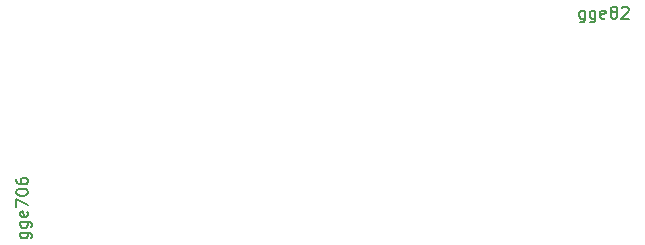
<source format=gbr>
%TF.GenerationSoftware,KiCad,Pcbnew,(6.0.8)*%
%TF.CreationDate,2023-04-19T22:42:55+02:00*%
%TF.ProjectId,Group22_Power,47726f75-7032-4325-9f50-6f7765722e6b,rev?*%
%TF.SameCoordinates,Original*%
%TF.FileFunction,Other,Comment*%
%FSLAX46Y46*%
G04 Gerber Fmt 4.6, Leading zero omitted, Abs format (unit mm)*
G04 Created by KiCad (PCBNEW (6.0.8)) date 2023-04-19 22:42:55*
%MOMM*%
%LPD*%
G01*
G04 APERTURE LIST*
%ADD10C,0.150000*%
G04 APERTURE END LIST*
D10*
%TO.C,J8*%
X62940714Y-111791553D02*
X63750238Y-111791553D01*
X63845476Y-111839172D01*
X63893095Y-111886791D01*
X63940714Y-111982029D01*
X63940714Y-112124886D01*
X63893095Y-112220124D01*
X63559761Y-111791553D02*
X63607380Y-111886791D01*
X63607380Y-112077267D01*
X63559761Y-112172505D01*
X63512142Y-112220124D01*
X63416904Y-112267743D01*
X63131190Y-112267743D01*
X63035952Y-112220124D01*
X62988333Y-112172505D01*
X62940714Y-112077267D01*
X62940714Y-111886791D01*
X62988333Y-111791553D01*
X62940714Y-110886791D02*
X63750238Y-110886791D01*
X63845476Y-110934410D01*
X63893095Y-110982029D01*
X63940714Y-111077267D01*
X63940714Y-111220124D01*
X63893095Y-111315362D01*
X63559761Y-110886791D02*
X63607380Y-110982029D01*
X63607380Y-111172505D01*
X63559761Y-111267743D01*
X63512142Y-111315362D01*
X63416904Y-111362981D01*
X63131190Y-111362981D01*
X63035952Y-111315362D01*
X62988333Y-111267743D01*
X62940714Y-111172505D01*
X62940714Y-110982029D01*
X62988333Y-110886791D01*
X63559761Y-110029648D02*
X63607380Y-110124886D01*
X63607380Y-110315362D01*
X63559761Y-110410600D01*
X63464523Y-110458219D01*
X63083571Y-110458219D01*
X62988333Y-110410600D01*
X62940714Y-110315362D01*
X62940714Y-110124886D01*
X62988333Y-110029648D01*
X63083571Y-109982029D01*
X63178809Y-109982029D01*
X63274047Y-110458219D01*
X62607380Y-109648695D02*
X62607380Y-108982029D01*
X63607380Y-109410600D01*
X62607380Y-108410600D02*
X62607380Y-108315362D01*
X62655000Y-108220124D01*
X62702619Y-108172505D01*
X62797857Y-108124886D01*
X62988333Y-108077267D01*
X63226428Y-108077267D01*
X63416904Y-108124886D01*
X63512142Y-108172505D01*
X63559761Y-108220124D01*
X63607380Y-108315362D01*
X63607380Y-108410600D01*
X63559761Y-108505838D01*
X63512142Y-108553457D01*
X63416904Y-108601076D01*
X63226428Y-108648695D01*
X62988333Y-108648695D01*
X62797857Y-108601076D01*
X62702619Y-108553457D01*
X62655000Y-108505838D01*
X62607380Y-108410600D01*
X62607380Y-107220124D02*
X62607380Y-107410600D01*
X62655000Y-107505838D01*
X62702619Y-107553457D01*
X62845476Y-107648695D01*
X63035952Y-107696315D01*
X63416904Y-107696315D01*
X63512142Y-107648695D01*
X63559761Y-107601076D01*
X63607380Y-107505838D01*
X63607380Y-107315362D01*
X63559761Y-107220124D01*
X63512142Y-107172505D01*
X63416904Y-107124886D01*
X63178809Y-107124886D01*
X63083571Y-107172505D01*
X63035952Y-107220124D01*
X62988333Y-107315362D01*
X62988333Y-107505838D01*
X63035952Y-107601076D01*
X63083571Y-107648695D01*
X63178809Y-107696315D01*
%TO.C,L1*%
X110730814Y-92995732D02*
X110730814Y-93805256D01*
X110683195Y-93900494D01*
X110635576Y-93948113D01*
X110540338Y-93995732D01*
X110397481Y-93995732D01*
X110302242Y-93948113D01*
X110730814Y-93614779D02*
X110635576Y-93662398D01*
X110445100Y-93662398D01*
X110349862Y-93614779D01*
X110302242Y-93567160D01*
X110254623Y-93471922D01*
X110254623Y-93186208D01*
X110302242Y-93090970D01*
X110349862Y-93043351D01*
X110445100Y-92995732D01*
X110635576Y-92995732D01*
X110730814Y-93043351D01*
X111635576Y-92995732D02*
X111635576Y-93805256D01*
X111587957Y-93900494D01*
X111540338Y-93948113D01*
X111445100Y-93995732D01*
X111302242Y-93995732D01*
X111207004Y-93948113D01*
X111635576Y-93614779D02*
X111540338Y-93662398D01*
X111349862Y-93662398D01*
X111254623Y-93614779D01*
X111207004Y-93567160D01*
X111159385Y-93471922D01*
X111159385Y-93186208D01*
X111207004Y-93090970D01*
X111254623Y-93043351D01*
X111349862Y-92995732D01*
X111540338Y-92995732D01*
X111635576Y-93043351D01*
X112492719Y-93614779D02*
X112397481Y-93662398D01*
X112207004Y-93662398D01*
X112111766Y-93614779D01*
X112064147Y-93519541D01*
X112064147Y-93138589D01*
X112111766Y-93043351D01*
X112207004Y-92995732D01*
X112397481Y-92995732D01*
X112492719Y-93043351D01*
X112540338Y-93138589D01*
X112540338Y-93233827D01*
X112064147Y-93329065D01*
X113111766Y-93090970D02*
X113016528Y-93043351D01*
X112968909Y-92995732D01*
X112921290Y-92900494D01*
X112921290Y-92852875D01*
X112968909Y-92757637D01*
X113016528Y-92710018D01*
X113111766Y-92662398D01*
X113302242Y-92662398D01*
X113397481Y-92710018D01*
X113445100Y-92757637D01*
X113492719Y-92852875D01*
X113492719Y-92900494D01*
X113445100Y-92995732D01*
X113397481Y-93043351D01*
X113302242Y-93090970D01*
X113111766Y-93090970D01*
X113016528Y-93138589D01*
X112968909Y-93186208D01*
X112921290Y-93281446D01*
X112921290Y-93471922D01*
X112968909Y-93567160D01*
X113016528Y-93614779D01*
X113111766Y-93662398D01*
X113302242Y-93662398D01*
X113397481Y-93614779D01*
X113445100Y-93567160D01*
X113492719Y-93471922D01*
X113492719Y-93281446D01*
X113445100Y-93186208D01*
X113397481Y-93138589D01*
X113302242Y-93090970D01*
X113873671Y-92757637D02*
X113921290Y-92710018D01*
X114016528Y-92662398D01*
X114254623Y-92662398D01*
X114349862Y-92710018D01*
X114397481Y-92757637D01*
X114445100Y-92852875D01*
X114445100Y-92948113D01*
X114397481Y-93090970D01*
X113826052Y-93662398D01*
X114445100Y-93662398D01*
%TD*%
M02*

</source>
